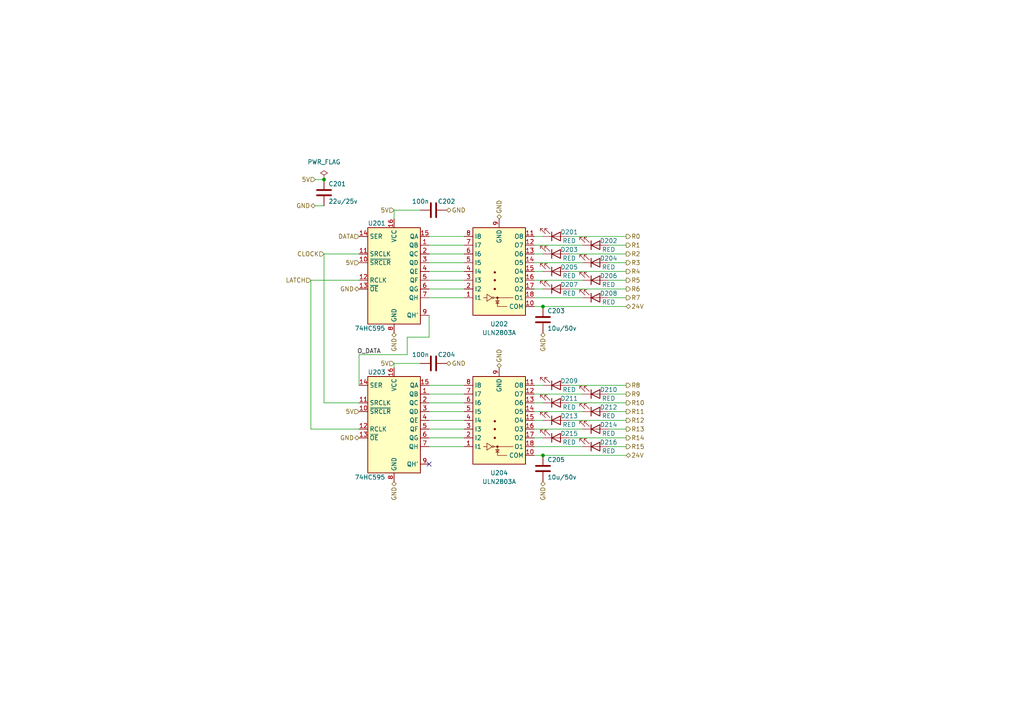
<source format=kicad_sch>
(kicad_sch (version 20211123) (generator eeschema)
  (paper "A4")
  (title_block (title "ether-bridge") (date "2025-06-13") (rev "0.1") (company "makerspace.lt"))
  (lib_symbols
    (symbol "74xx:74HC595"
      (property "Reference" "U" (at -7.62 13.97 0))
      (property "Value" "74HC595" (at -7.62 -16.51 0))
      (symbol "74HC595_1_0"
        (pin tri_state line (at 10.16 7.62 180) (length 2.54) (name "QB") (number "1"))
        (pin input line (at -10.16 2.54 0) (length 2.54) (name "~{SRCLR}") (number "10"))
        (pin input line (at -10.16 5.08 0) (length 2.54) (name "SRCLK") (number "11"))
        (pin input line (at -10.16 -2.54 0) (length 2.54) (name "RCLK") (number "12"))
        (pin input line (at -10.16 -5.08 0) (length 2.54) (name "~{OE}") (number "13"))
        (pin input line (at -10.16 10.16 0) (length 2.54) (name "SER") (number "14"))
        (pin tri_state line (at 10.16 10.16 180) (length 2.54) (name "QA") (number "15"))
        (pin power_in line (at 0 15.24 270) (length 2.54) (name "VCC") (number "16"))
        (pin tri_state line (at 10.16 5.08 180) (length 2.54) (name "QC") (number "2"))
        (pin tri_state line (at 10.16 2.54 180) (length 2.54) (name "QD") (number "3"))
        (pin tri_state line (at 10.16 0 180) (length 2.54) (name "QE") (number "4"))
        (pin tri_state line (at 10.16 -2.54 180) (length 2.54) (name "QF") (number "5"))
        (pin tri_state line (at 10.16 -5.08 180) (length 2.54) (name "QG") (number "6"))
        (pin tri_state line (at 10.16 -7.62 180) (length 2.54) (name "QH") (number "7"))
        (pin power_in line (at 0 -17.78 90) (length 2.54) (name "GND") (number "8"))
        (pin output line (at 10.16 -12.7 180) (length 2.54) (name "QH'") (number "9"))
      )
      (symbol "74HC595_1_1"
        (rectangle (start -7.62 12.7) (end 7.62 -15.24) (stroke (width 0.254)) (fill (type background)))
      )
    )
    (symbol "Device:C" (pin_numbers hide) (pin_names (offset 0.254))
      (property "Reference" "C" (at 0.635 2.54 0))
      (property "Value" "C" (at 0.635 -2.54 0))
      (symbol "C_0_1"
        (polyline (pts (xy -2.032 -0.762) (xy 2.032 -0.762)) (stroke (width 0.508)))
        (polyline (pts (xy -2.032 0.762) (xy 2.032 0.762)) (stroke (width 0.508)))
      )
      (symbol "C_1_1"
        (pin passive line (at 0 3.81 270) (length 2.794) (name "~") (number "1"))
        (pin passive line (at 0 -3.81 90) (length 2.794) (name "~") (number "2"))
      )
    )
    (symbol "Device:LED" (pin_numbers hide) (pin_names (offset 1.016) hide)
      (property "Reference" "D" (at 0 2.54 0))
      (property "Value" "LED" (at 0 -2.54 0))
      (symbol "LED_0_1"
        (polyline (pts (xy -1.27 -1.27) (xy -1.27 1.27)) (stroke (width 0.254)))
        (polyline (pts (xy -1.27 0) (xy 1.27 0)))
        (polyline (pts (xy 1.27 -1.27) (xy 1.27 1.27) (xy -1.27 0) (xy 1.27 -1.27)) (stroke (width 0.254)))
        (polyline (pts (xy -3.048 -0.762) (xy -4.572 -2.286) (xy -3.81 -2.286) (xy -4.572 -2.286) (xy -4.572 -1.524)))
        (polyline (pts (xy -1.778 -0.762) (xy -3.302 -2.286) (xy -2.54 -2.286) (xy -3.302 -2.286) (xy -3.302 -1.524)))
      )
      (symbol "LED_1_1"
        (pin passive line (at -3.81 0 0) (length 2.54) (name "K") (number "1"))
        (pin passive line (at 3.81 0 180) (length 2.54) (name "A") (number "2"))
      )
    )
    (symbol "Transistor_Array:ULN2803A"
      (property "Reference" "U" (at 0 13.335 0))
      (property "Value" "ULN2803A" (at 0 11.43 0))
      (symbol "ULN2803A_0_1"
        (rectangle (start -7.62 -15.24) (end 7.62 10.16) (stroke (width 0.254)) (fill (type background)))
        (circle (center -1.778 5.08) (radius 0.254))
        (circle (center -1.27 -2.286) (radius 0.254) (fill (type outline)))
        (circle (center -1.27 0) (radius 0.254) (fill (type outline)))
        (circle (center -1.27 2.54) (radius 0.254) (fill (type outline)))
        (circle (center -0.508 5.08) (radius 0.254) (fill (type outline)))
        (polyline (pts (xy -4.572 5.08) (xy -3.556 5.08)))
        (polyline (pts (xy -1.524 5.08) (xy 4.064 5.08)))
        (polyline (pts (xy 0 6.731) (xy -1.016 6.731)))
        (polyline (pts (xy -0.508 5.08) (xy -0.508 7.62) (xy 2.286 7.62)))
        (polyline (pts (xy -3.556 6.096) (xy -3.556 4.064) (xy -2.032 5.08) (xy -3.556 6.096)))
        (polyline (pts (xy 0 5.969) (xy -1.016 5.969) (xy -0.508 6.731) (xy 0 5.969)))
      )
      (symbol "ULN2803A_1_1"
        (pin input line (at -10.16 5.08 0) (length 2.54) (name "I1") (number "1"))
        (pin passive line (at 10.16 7.62 180) (length 2.54) (name "COM") (number "10"))
        (pin open_collector line (at 10.16 -12.7 180) (length 2.54) (name "O8") (number "11"))
        (pin open_collector line (at 10.16 -10.16 180) (length 2.54) (name "O7") (number "12"))
        (pin open_collector line (at 10.16 -7.62 180) (length 2.54) (name "O6") (number "13"))
        (pin open_collector line (at 10.16 -5.08 180) (length 2.54) (name "O5") (number "14"))
        (pin open_collector line (at 10.16 -2.54 180) (length 2.54) (name "O4") (number "15"))
        (pin open_collector line (at 10.16 0 180) (length 2.54) (name "O3") (number "16"))
        (pin open_collector line (at 10.16 2.54 180) (length 2.54) (name "O2") (number "17"))
        (pin open_collector line (at 10.16 5.08 180) (length 2.54) (name "O1") (number "18"))
        (pin input line (at -10.16 2.54 0) (length 2.54) (name "I2") (number "2"))
        (pin input line (at -10.16 0 0) (length 2.54) (name "I3") (number "3"))
        (pin input line (at -10.16 -2.54 0) (length 2.54) (name "I4") (number "4"))
        (pin input line (at -10.16 -5.08 0) (length 2.54) (name "I5") (number "5"))
        (pin input line (at -10.16 -7.62 0) (length 2.54) (name "I6") (number "6"))
        (pin input line (at -10.16 -10.16 0) (length 2.54) (name "I7") (number "7"))
        (pin input line (at -10.16 -12.7 0) (length 2.54) (name "I8") (number "8"))
        (pin power_in line (at 0 -17.78 90) (length 2.54) (name "GND") (number "9"))
      )
    )
    (symbol "power:PWR_FLAG" (power) (pin_numbers hide) (pin_names (offset 0) hide)
      (property "Value" "PWR_FLAG" (at 0 3.81 0))
      (symbol "PWR_FLAG_0_0"
        (pin power_out line (at 0 0 90) (length 0) (name "pwr") (number "1"))
      )
      (symbol "PWR_FLAG_0_1"
        (polyline (pts (xy 0 0) (xy 0 1.27) (xy -1.016 1.905) (xy 0 2.54) (xy 1.016 1.905) (xy 0 1.27)))
      )
    )
  )
  (junction (at 157.48 88.9))
  (junction (at 157.48 132.08))
  (junction (at 93.98 52.07))
  (no_connect (at 124.46 134.62))
  (wire (pts (xy 154.94 114.3) (xy 168.91 114.3)))
  (wire (pts (xy 154.94 119.38) (xy 168.91 119.38)))
  (wire (pts (xy 176.53 71.12) (xy 181.61 71.12)))
  (wire (pts (xy 157.48 116.84) (xy 154.94 116.84)))
  (wire (pts (xy 134.62 119.38) (xy 124.46 119.38)))
  (wire (pts (xy 134.62 83.82) (xy 124.46 83.82)))
  (wire (pts (xy 134.62 86.36) (xy 124.46 86.36)))
  (wire (pts (xy 134.62 81.28) (xy 124.46 81.28)))
  (wire (pts (xy 124.46 97.79) (xy 118.11 97.79)))
  (wire (pts (xy 165.1 68.58) (xy 181.61 68.58)))
  (wire (pts (xy 134.62 111.76) (xy 124.46 111.76)))
  (wire (pts (xy 104.14 116.84) (xy 93.98 116.84)))
  (wire (pts (xy 157.48 127) (xy 154.94 127)))
  (wire (pts (xy 91.44 59.69) (xy 93.98 59.69)))
  (wire (pts (xy 157.48 83.82) (xy 154.94 83.82)))
  (wire (pts (xy 114.3 60.96) (xy 114.3 63.5)))
  (wire (pts (xy 121.92 60.96) (xy 114.3 60.96)))
  (wire (pts (xy 176.53 129.54) (xy 181.61 129.54)))
  (wire (pts (xy 154.94 124.46) (xy 168.91 124.46)))
  (wire (pts (xy 157.48 73.66) (xy 154.94 73.66)))
  (wire (pts (xy 134.62 71.12) (xy 124.46 71.12)))
  (wire (pts (xy 134.62 73.66) (xy 124.46 73.66)))
  (wire (pts (xy 157.48 88.9) (xy 181.61 88.9)))
  (wire (pts (xy 134.62 114.3) (xy 124.46 114.3)))
  (wire (pts (xy 176.53 124.46) (xy 181.61 124.46)))
  (wire (pts (xy 157.48 111.76) (xy 154.94 111.76)))
  (wire (pts (xy 134.62 124.46) (xy 124.46 124.46)))
  (wire (pts (xy 154.94 81.28) (xy 168.91 81.28)))
  (wire (pts (xy 134.62 76.2) (xy 124.46 76.2)))
  (wire (pts (xy 154.94 132.08) (xy 157.48 132.08)))
  (wire (pts (xy 121.92 105.41) (xy 114.3 105.41)))
  (wire (pts (xy 91.44 52.07) (xy 93.98 52.07)))
  (wire (pts (xy 154.94 76.2) (xy 168.91 76.2)))
  (wire (pts (xy 157.48 78.74) (xy 154.94 78.74)))
  (wire (pts (xy 165.1 83.82) (xy 181.61 83.82)))
  (wire (pts (xy 165.1 127) (xy 181.61 127)))
  (wire (pts (xy 165.1 73.66) (xy 181.61 73.66)))
  (wire (pts (xy 154.94 71.12) (xy 168.91 71.12)))
  (wire (pts (xy 176.53 76.2) (xy 181.61 76.2)))
  (wire (pts (xy 90.17 81.28) (xy 104.14 81.28)))
  (wire (pts (xy 93.98 73.66) (xy 104.14 73.66)))
  (wire (pts (xy 157.48 132.08) (xy 181.61 132.08)))
  (wire (pts (xy 134.62 121.92) (xy 124.46 121.92)))
  (wire (pts (xy 154.94 129.54) (xy 168.91 129.54)))
  (wire (pts (xy 165.1 78.74) (xy 181.61 78.74)))
  (wire (pts (xy 134.62 68.58) (xy 124.46 68.58)))
  (wire (pts (xy 134.62 78.74) (xy 124.46 78.74)))
  (wire (pts (xy 176.53 119.38) (xy 181.61 119.38)))
  (wire (pts (xy 134.62 129.54) (xy 124.46 129.54)))
  (wire (pts (xy 90.17 124.46) (xy 90.17 81.28)))
  (wire (pts (xy 134.62 116.84) (xy 124.46 116.84)))
  (wire (pts (xy 93.98 116.84) (xy 93.98 73.66)))
  (wire (pts (xy 118.11 102.87) (xy 104.14 102.87)))
  (wire (pts (xy 157.48 121.92) (xy 154.94 121.92)))
  (wire (pts (xy 154.94 86.36) (xy 168.91 86.36)))
  (wire (pts (xy 134.62 127) (xy 124.46 127)))
  (wire (pts (xy 165.1 116.84) (xy 181.61 116.84)))
  (wire (pts (xy 176.53 86.36) (xy 181.61 86.36)))
  (wire (pts (xy 165.1 111.76) (xy 181.61 111.76)))
  (wire (pts (xy 176.53 81.28) (xy 181.61 81.28)))
  (wire (pts (xy 157.48 68.58) (xy 154.94 68.58)))
  (wire (pts (xy 104.14 124.46) (xy 90.17 124.46)))
  (wire (pts (xy 114.3 105.41) (xy 114.3 106.68)))
  (wire (pts (xy 104.14 102.87) (xy 104.14 111.76)))
  (wire (pts (xy 124.46 91.44) (xy 124.46 97.79)))
  (wire (pts (xy 176.53 114.3) (xy 181.61 114.3)))
  (wire (pts (xy 165.1 121.92) (xy 181.61 121.92)))
  (wire (pts (xy 154.94 88.9) (xy 157.48 88.9)))
  (wire (pts (xy 118.11 97.79) (xy 118.11 102.87)))
  (label "O_DATA" (at 110.49 102.87 180))
  (hierarchical_label "R8" (shape output) (at 181.61 111.76 0))
  (hierarchical_label "GND" (shape bidirectional) (at 91.44 59.69 180))
  (hierarchical_label "DATA" (shape input) (at 104.14 68.58 180))
  (hierarchical_label "CLOCK" (shape input) (at 93.98 73.66 180))
  (hierarchical_label "5V" (shape input) (at 114.3 60.96 180))
  (hierarchical_label "GND" (shape bidirectional) (at 129.54 105.41 0))
  (hierarchical_label "R6" (shape output) (at 181.61 83.82 0))
  (hierarchical_label "R10" (shape output) (at 181.61 116.84 0))
  (hierarchical_label "5V" (shape input) (at 104.14 76.2 180))
  (hierarchical_label "24V" (shape bidirectional) (at 181.61 132.08 0))
  (hierarchical_label "R1" (shape output) (at 181.61 71.12 0))
  (hierarchical_label "GND" (shape bidirectional) (at 157.48 139.7 270))
  (hierarchical_label "R4" (shape output) (at 181.61 78.74 0))
  (hierarchical_label "5V" (shape input) (at 114.3 105.41 180))
  (hierarchical_label "R9" (shape output) (at 181.61 114.3 0))
  (hierarchical_label "R13" (shape output) (at 181.61 124.46 0))
  (hierarchical_label "GND" (shape bidirectional) (at 157.48 96.52 270))
  (hierarchical_label "5V" (shape input) (at 104.14 119.38 180))
  (hierarchical_label "R3" (shape output) (at 181.61 76.2 0))
  (hierarchical_label "R2" (shape output) (at 181.61 73.66 0))
  (hierarchical_label "GND" (shape bidirectional) (at 114.3 139.7 270))
  (hierarchical_label "R15" (shape output) (at 181.61 129.54 0))
  (hierarchical_label "GND" (shape bidirectional) (at 144.78 63.5 90))
  (hierarchical_label "GND" (shape bidirectional) (at 129.54 60.96 0))
  (hierarchical_label "R11" (shape output) (at 181.61 119.38 0))
  (hierarchical_label "R5" (shape output) (at 181.61 81.28 0))
  (hierarchical_label "R14" (shape output) (at 181.61 127 0))
  (hierarchical_label "GND" (shape bidirectional) (at 144.78 106.68 90))
  (hierarchical_label "LATCH" (shape input) (at 90.17 81.28 180))
  (hierarchical_label "GND" (shape bidirectional) (at 104.14 83.82 180))
  (hierarchical_label "5V" (shape input) (at 91.44 52.07 180))
  (hierarchical_label "R12" (shape output) (at 181.61 121.92 0))
  (hierarchical_label "GND" (shape bidirectional) (at 104.14 127 180))
  (hierarchical_label "R7" (shape output) (at 181.61 86.36 0))
  (hierarchical_label "24V" (shape bidirectional) (at 181.61 88.9 0))
  (hierarchical_label "GND" (shape bidirectional) (at 114.3 96.52 270))
  (hierarchical_label "R0" (shape output) (at 181.61 68.58 0))
  (symbol (lib_id "Device:LED") (at 161.29 83.82 0) (mirror x) (unit 1)
    (property "Reference" "D207" (at 165.1 82.55 0))
    (property "Value" "RED" (at 165.1 85.09 0))
    (property "Footprint" "-local:LED_1206_3216Metric_ReverseMount" (effects hide))
    (property "Datasheet" "https://www.lcsc.com/datasheet/lcsc_datasheet_2302091130_TOGIALED-TJ-S3216SWETNPLC2R-A5_C5356080.pdf" (effects hide))
    (property "jlc-part-type" "E" (effects hide))
    (property "lcsc#" "C5356080" (effects hide))
  )
  (symbol (lib_id "Device:LED") (at 172.72 114.3 0) (mirror x) (unit 1)
    (property "Reference" "D210" (at 176.53 113.03 0))
    (property "Value" "RED" (at 176.53 115.57 0))
    (property "Footprint" "-local:LED_1206_3216Metric_ReverseMount" (effects hide))
    (property "Datasheet" "https://www.lcsc.com/datasheet/lcsc_datasheet_2302091130_TOGIALED-TJ-S3216SWETNPLC2R-A5_C5356080.pdf" (effects hide))
    (property "jlc-part-type" "E" (effects hide))
    (property "lcsc#" "C5356080" (effects hide))
  )
  (symbol (lib_id "Device:C") (at 157.48 135.89 0) (unit 1)
    (property "Reference" "C205" (at 158.75 133.35 0) (effects (justify left)))
    (property "Value" "10u/50v" (at 158.75 138.43 0) (effects (justify left)))
    (property "Footprint" "Capacitor_SMD:C_0805_2012Metric_Pad1.18x1.45mm_HandSolder" (effects hide))
    (property "Datasheet" "https://www.lcsc.com/datasheet/lcsc_datasheet_2411041759_Murata-Electronics-GRM21BR61H106KE43L_C440198.pdf" (effects hide))
    (property "jlc-part-type" "B" (effects hide))
    (property "lcsc#" "C440198" (effects hide))
  )
  (symbol (lib_id "Device:C") (at 125.73 105.41 90) (unit 1)
    (property "Reference" "C204" (at 132.08 102.87 90) (effects (justify left)))
    (property "Value" "100n" (at 124.46 102.87 90) (effects (justify left)))
    (property "Footprint" "Capacitor_SMD:C_0805_2012Metric_Pad1.18x1.45mm_HandSolder" (effects hide))
    (property "Datasheet" "https://www.lcsc.com/datasheet/lcsc_datasheet_2304140030_Samsung-Electro-Mechanics-CL21B104KCFNNNE_C28233.pdf" (effects hide))
    (property "jlc-part-type" "B" (effects hide))
    (property "lcsc#" "C28233" (effects hide))
  )
  (symbol (lib_id "Device:LED") (at 161.29 68.58 0) (mirror x) (unit 1)
    (property "Reference" "D201" (at 165.1 67.31 0))
    (property "Value" "RED" (at 165.1 69.85 0))
    (property "Footprint" "-local:LED_1206_3216Metric_ReverseMount" (effects hide))
    (property "Datasheet" "https://www.lcsc.com/datasheet/lcsc_datasheet_2302091130_TOGIALED-TJ-S3216SWETNPLC2R-A5_C5356080.pdf" (effects hide))
    (property "jlc-part-type" "E" (effects hide))
    (property "lcsc#" "C5356080" (effects hide))
  )
  (symbol (lib_id "Device:LED") (at 161.29 116.84 0) (mirror x) (unit 1)
    (property "Reference" "D211" (at 165.1 115.57 0))
    (property "Value" "RED" (at 165.1 118.11 0))
    (property "Footprint" "-local:LED_1206_3216Metric_ReverseMount" (effects hide))
    (property "Datasheet" "https://www.lcsc.com/datasheet/lcsc_datasheet_2302091130_TOGIALED-TJ-S3216SWETNPLC2R-A5_C5356080.pdf" (effects hide))
    (property "jlc-part-type" "E" (effects hide))
    (property "lcsc#" "C5356080" (effects hide))
  )
  (symbol (lib_id "power:PWR_FLAG") (at 93.98 52.07 0) (unit 1)
    (property "Reference" "#FLG0201" (effects hide))
    (property "Value" "PWR_FLAG" (at 93.98 46.99 0))
  )
  (symbol (lib_id "Device:LED") (at 172.72 124.46 0) (mirror x) (unit 1)
    (property "Reference" "D214" (at 176.53 123.19 0))
    (property "Value" "RED" (at 176.53 125.73 0))
    (property "Footprint" "-local:LED_1206_3216Metric_ReverseMount" (effects hide))
    (property "Datasheet" "https://www.lcsc.com/datasheet/lcsc_datasheet_2302091130_TOGIALED-TJ-S3216SWETNPLC2R-A5_C5356080.pdf" (effects hide))
    (property "jlc-part-type" "E" (effects hide))
    (property "lcsc#" "C5356080" (effects hide))
  )
  (symbol (lib_id "Device:LED") (at 161.29 121.92 0) (mirror x) (unit 1)
    (property "Reference" "D213" (at 165.1 120.65 0))
    (property "Value" "RED" (at 165.1 123.19 0))
    (property "Footprint" "-local:LED_1206_3216Metric_ReverseMount" (effects hide))
    (property "Datasheet" "https://www.lcsc.com/datasheet/lcsc_datasheet_2302091130_TOGIALED-TJ-S3216SWETNPLC2R-A5_C5356080.pdf" (effects hide))
    (property "jlc-part-type" "E" (effects hide))
    (property "lcsc#" "C5356080" (effects hide))
  )
  (symbol (lib_id "Device:LED") (at 161.29 111.76 0) (mirror x) (unit 1)
    (property "Reference" "D209" (at 165.1 110.49 0))
    (property "Value" "RED" (at 165.1 113.03 0))
    (property "Footprint" "-local:LED_1206_3216Metric_ReverseMount" (effects hide))
    (property "Datasheet" "https://www.lcsc.com/datasheet/lcsc_datasheet_2302091130_TOGIALED-TJ-S3216SWETNPLC2R-A5_C5356080.pdf" (effects hide))
    (property "jlc-part-type" "E" (effects hide))
    (property "lcsc#" "C5356080" (effects hide))
  )
  (symbol (lib_id "Device:LED") (at 172.72 81.28 0) (mirror x) (unit 1)
    (property "Reference" "D206" (at 176.53 80.01 0))
    (property "Value" "RED" (at 176.53 82.55 0))
    (property "Footprint" "-local:LED_1206_3216Metric_ReverseMount" (effects hide))
    (property "Datasheet" "https://www.lcsc.com/datasheet/lcsc_datasheet_2302091130_TOGIALED-TJ-S3216SWETNPLC2R-A5_C5356080.pdf" (effects hide))
    (property "jlc-part-type" "E" (effects hide))
    (property "lcsc#" "C5356080" (effects hide))
  )
  (symbol (lib_id "Device:LED") (at 172.72 76.2 0) (mirror x) (unit 1)
    (property "Reference" "D204" (at 176.53 74.93 0))
    (property "Value" "RED" (at 176.53 77.47 0))
    (property "Footprint" "-local:LED_1206_3216Metric_ReverseMount" (effects hide))
    (property "Datasheet" "https://www.lcsc.com/datasheet/lcsc_datasheet_2302091130_TOGIALED-TJ-S3216SWETNPLC2R-A5_C5356080.pdf" (effects hide))
    (property "jlc-part-type" "E" (effects hide))
    (property "lcsc#" "C5356080" (effects hide))
  )
  (symbol (lib_id "Device:LED") (at 172.72 86.36 0) (mirror x) (unit 1)
    (property "Reference" "D208" (at 176.53 85.09 0))
    (property "Value" "RED" (at 176.53 87.63 0))
    (property "Footprint" "-local:LED_1206_3216Metric_ReverseMount" (effects hide))
    (property "Datasheet" "https://www.lcsc.com/datasheet/lcsc_datasheet_2302091130_TOGIALED-TJ-S3216SWETNPLC2R-A5_C5356080.pdf" (effects hide))
    (property "jlc-part-type" "E" (effects hide))
    (property "lcsc#" "C5356080" (effects hide))
  )
  (symbol (lib_id "74xx:74HC595") (at 114.3 78.74 0) (unit 1)
    (property "Reference" "U201" (at 106.68 64.77 0) (effects (justify left)))
    (property "Value" "74HC595" (at 102.87 95.25 0) (effects (justify left)))
    (property "Footprint" "Package_SO:SOIC-16_3.9x9.9mm_P1.27mm" (effects hide))
    (property "Datasheet" "https://www.lcsc.com/datasheet/lcsc_datasheet_2407241044_Nexperia-74HC595D-118_C5947.pdf" (effects hide))
    (property "jlc-part-type" "B" (effects hide))
    (property "lcsc#" "C5947" (effects hide))
  )
  (symbol (lib_id "Device:LED") (at 172.72 129.54 0) (mirror x) (unit 1)
    (property "Reference" "D216" (at 176.53 128.27 0))
    (property "Value" "RED" (at 176.53 130.81 0))
    (property "Footprint" "-local:LED_1206_3216Metric_ReverseMount" (effects hide))
    (property "Datasheet" "https://www.lcsc.com/datasheet/lcsc_datasheet_2302091130_TOGIALED-TJ-S3216SWETNPLC2R-A5_C5356080.pdf" (effects hide))
    (property "jlc-part-type" "E" (effects hide))
    (property "lcsc#" "C5356080" (effects hide))
  )
  (symbol (lib_id "74xx:74HC595") (at 114.3 121.92 0) (unit 1)
    (property "Reference" "U203" (at 106.68 107.95 0) (effects (justify left)))
    (property "Value" "74HC595" (at 102.87 138.43 0) (effects (justify left)))
    (property "Footprint" "Package_SO:SOIC-16_3.9x9.9mm_P1.27mm" (effects hide))
    (property "Datasheet" "https://www.lcsc.com/datasheet/lcsc_datasheet_2407241044_Nexperia-74HC595D-118_C5947.pdf" (effects hide))
    (property "jlc-part-type" "B" (effects hide))
    (property "lcsc#" "C5947" (effects hide))
  )
  (symbol (lib_id "Device:LED") (at 172.72 119.38 0) (mirror x) (unit 1)
    (property "Reference" "D212" (at 176.53 118.11 0))
    (property "Value" "RED" (at 176.53 120.65 0))
    (property "Footprint" "-local:LED_1206_3216Metric_ReverseMount" (effects hide))
    (property "Datasheet" "https://www.lcsc.com/datasheet/lcsc_datasheet_2302091130_TOGIALED-TJ-S3216SWETNPLC2R-A5_C5356080.pdf" (effects hide))
    (property "jlc-part-type" "E" (effects hide))
    (property "lcsc#" "C5356080" (effects hide))
  )
  (symbol (lib_id "Device:LED") (at 161.29 78.74 0) (mirror x) (unit 1)
    (property "Reference" "D205" (at 165.1 77.47 0))
    (property "Value" "RED" (at 165.1 80.01 0))
    (property "Footprint" "-local:LED_1206_3216Metric_ReverseMount" (effects hide))
    (property "Datasheet" "https://www.lcsc.com/datasheet/lcsc_datasheet_2302091130_TOGIALED-TJ-S3216SWETNPLC2R-A5_C5356080.pdf" (effects hide))
    (property "jlc-part-type" "E" (effects hide))
    (property "lcsc#" "C5356080" (effects hide))
  )
  (symbol (lib_id "Device:LED") (at 161.29 73.66 0) (mirror x) (unit 1)
    (property "Reference" "D203" (at 165.1 72.39 0))
    (property "Value" "RED" (at 165.1 74.93 0))
    (property "Footprint" "-local:LED_1206_3216Metric_ReverseMount" (effects hide))
    (property "Datasheet" "https://www.lcsc.com/datasheet/lcsc_datasheet_2302091130_TOGIALED-TJ-S3216SWETNPLC2R-A5_C5356080.pdf" (effects hide))
    (property "jlc-part-type" "E" (effects hide))
    (property "lcsc#" "C5356080" (effects hide))
  )
  (symbol (lib_id "Device:LED") (at 172.72 71.12 0) (mirror x) (unit 1)
    (property "Reference" "D202" (at 176.53 69.85 0))
    (property "Value" "RED" (at 176.53 72.39 0))
    (property "Footprint" "-local:LED_1206_3216Metric_ReverseMount" (effects hide))
    (property "Datasheet" "https://www.lcsc.com/datasheet/lcsc_datasheet_2302091130_TOGIALED-TJ-S3216SWETNPLC2R-A5_C5356080.pdf" (effects hide))
    (property "jlc-part-type" "E" (effects hide))
    (property "lcsc#" "C5356080" (effects hide))
  )
  (symbol (lib_id "Device:LED") (at 161.29 127 0) (mirror x) (unit 1)
    (property "Reference" "D215" (at 165.1 125.73 0))
    (property "Value" "RED" (at 165.1 128.27 0))
    (property "Footprint" "-local:LED_1206_3216Metric_ReverseMount" (effects hide))
    (property "Datasheet" "https://www.lcsc.com/datasheet/lcsc_datasheet_2302091130_TOGIALED-TJ-S3216SWETNPLC2R-A5_C5356080.pdf" (effects hide))
    (property "jlc-part-type" "E" (effects hide))
    (property "lcsc#" "C5356080" (effects hide))
  )
  (symbol (lib_id "Device:C") (at 93.98 55.88 0) (unit 1)
    (property "Reference" "C201" (at 95.25 53.34 0) (effects (justify left)))
    (property "Value" "22u/25v" (at 95.25 58.42 0) (effects (justify left)))
    (property "Footprint" "Capacitor_SMD:C_0805_2012Metric_Pad1.18x1.45mm_HandSolder" (effects hide))
    (property "Datasheet" "https://www.lcsc.com/datasheet/lcsc_datasheet_2304140030_Samsung-Electro-Mechanics-CL21A226MAQNNNE_C45783.pdf" (effects hide))
    (property "jlc-part-type" "B" (effects hide))
    (property "lcsc#" "C45783" (effects hide))
  )
  (symbol (lib_id "Device:C") (at 157.48 92.71 0) (unit 1)
    (property "Reference" "C203" (at 158.75 90.17 0) (effects (justify left)))
    (property "Value" "10u/50v" (at 158.75 95.25 0) (effects (justify left)))
    (property "Footprint" "Capacitor_SMD:C_0805_2012Metric_Pad1.18x1.45mm_HandSolder" (effects hide))
    (property "Datasheet" "https://www.lcsc.com/datasheet/lcsc_datasheet_2411041759_Murata-Electronics-GRM21BR61H106KE43L_C440198.pdf" (effects hide))
    (property "jlc-part-type" "B" (effects hide))
    (property "lcsc#" "C440198" (effects hide))
  )
  (symbol (lib_id "Device:C") (at 125.73 60.96 90) (unit 1)
    (property "Reference" "C202" (at 132.08 58.42 90) (effects (justify left)))
    (property "Value" "100n" (at 124.46 58.42 90) (effects (justify left)))
    (property "Footprint" "Capacitor_SMD:C_0805_2012Metric_Pad1.18x1.45mm_HandSolder" (effects hide))
    (property "Datasheet" "https://www.lcsc.com/datasheet/lcsc_datasheet_2304140030_Samsung-Electro-Mechanics-CL21B104KCFNNNE_C28233.pdf" (effects hide))
    (property "jlc-part-type" "B" (effects hide))
    (property "lcsc#" "C28233" (effects hide))
  )
  (symbol (lib_id "Transistor_Array:ULN2803A") (at 144.78 81.28 0) (mirror x) (unit 1)
    (property "Reference" "U202" (at 144.78 93.98 0))
    (property "Value" "ULN2803A" (at 144.78 96.52 0))
    (property "Footprint" "Package_SO:SOIC-18W_7.5x11.6mm_P1.27mm" (effects hide))
    (property "Datasheet" "https://www.lcsc.com/datasheet/lcsc_datasheet_2311091738_UMW-Youtai-Semiconductor-Co---Ltd--ULN2803A_C845537.pdf" (effects hide))
    (property "jlc-part-type" "E" (effects hide))
    (property "lcsc#" "C845537" (effects hide))
  )
  (symbol (lib_id "Transistor_Array:ULN2803A") (at 144.78 124.46 0) (mirror x) (unit 1)
    (property "Reference" "U204" (at 144.78 137.16 0))
    (property "Value" "ULN2803A" (at 144.78 139.7 0))
    (property "Footprint" "Package_SO:SOIC-18W_7.5x11.6mm_P1.27mm" (effects hide))
    (property "Datasheet" "https://www.lcsc.com/datasheet/lcsc_datasheet_2311091738_UMW-Youtai-Semiconductor-Co---Ltd--ULN2803A_C845537.pdf" (effects hide))
    (property "jlc-part-type" "E" (effects hide))
    (property "lcsc#" "C845537" (effects hide))
  )
)
</source>
